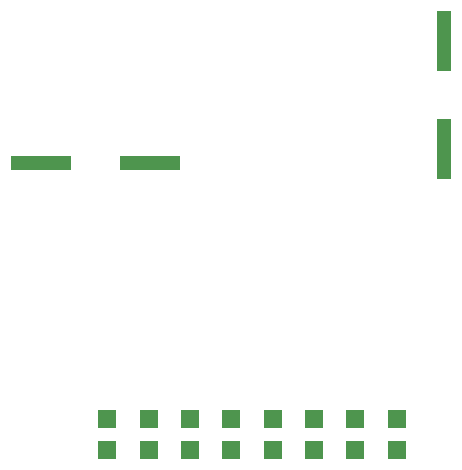
<source format=gbr>
%TF.GenerationSoftware,KiCad,Pcbnew,5.1.8-4.fc33*%
%TF.CreationDate,2020-12-19T18:54:55+03:00*%
%TF.ProjectId,2232,32323332-2e6b-4696-9361-645f70636258,rev?*%
%TF.SameCoordinates,Original*%
%TF.FileFunction,Paste,Top*%
%TF.FilePolarity,Positive*%
%FSLAX46Y46*%
G04 Gerber Fmt 4.6, Leading zero omitted, Abs format (unit mm)*
G04 Created by KiCad (PCBNEW 5.1.8-4.fc33) date 2020-12-19 18:54:55*
%MOMM*%
%LPD*%
G01*
G04 APERTURE LIST*
%ADD10R,1.300000X5.100000*%
%ADD11R,5.100000X1.300000*%
%ADD12R,1.500000X1.500000*%
G04 APERTURE END LIST*
D10*
%TO.C,Y2*%
X109000000Y-96650000D03*
X109000000Y-105850000D03*
%TD*%
D11*
%TO.C,Y1*%
X74900000Y-107000000D03*
X84100000Y-107000000D03*
%TD*%
D12*
%TO.C,D8*%
X105000000Y-128700000D03*
X105000000Y-131300000D03*
%TD*%
%TO.C,D7*%
X101500000Y-128700000D03*
X101500000Y-131300000D03*
%TD*%
%TO.C,D6*%
X98000000Y-128700000D03*
X98000000Y-131300000D03*
%TD*%
%TO.C,D5*%
X94500000Y-128700000D03*
X94500000Y-131300000D03*
%TD*%
%TO.C,D4*%
X91000000Y-128700000D03*
X91000000Y-131300000D03*
%TD*%
%TO.C,D3*%
X87500000Y-128700000D03*
X87500000Y-131300000D03*
%TD*%
%TO.C,D2*%
X84000000Y-128700000D03*
X84000000Y-131300000D03*
%TD*%
%TO.C,D1*%
X80500000Y-128700000D03*
X80500000Y-131300000D03*
%TD*%
M02*

</source>
